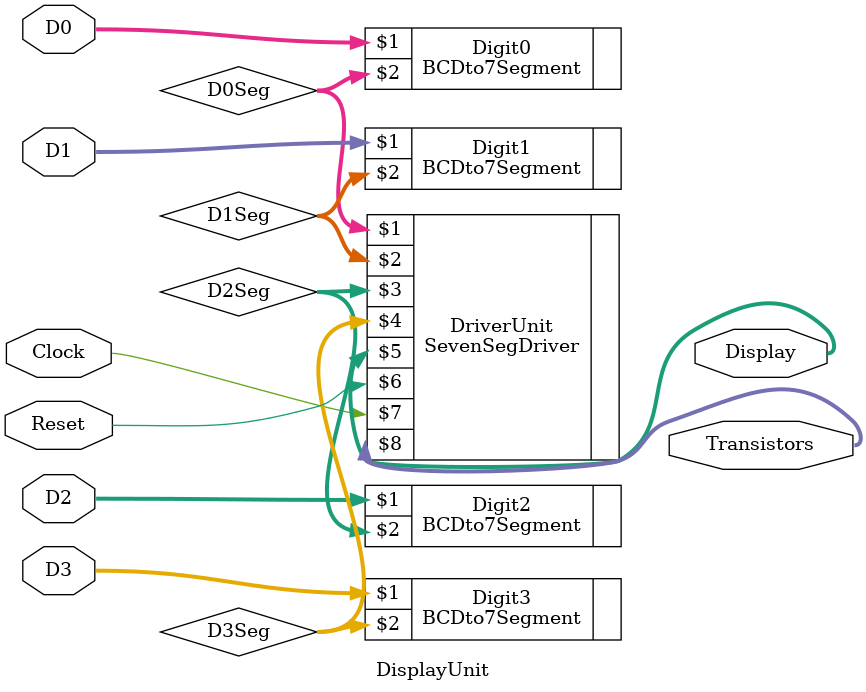
<source format=v>
`timescale 1ns / 1ps
module DisplayUnit(D0,D1,D2,D3, Reset, Clock, Display, Transistors);	 
input [3:0] D0,D1,D2,D3;
input Reset, Clock;
output [7:0] Display;
output [3:0] Transistors;
wire [7:0] D0Seg, D1Seg, D2Seg, D3Seg;

	 //module BCDto7Segment (BCDnumber,SEGMENTS);
	BCDto7Segment Digit0(D0,D0Seg);
	BCDto7Segment Digit1(D1,D1Seg);
	BCDto7Segment Digit2(D2,D2Seg);
	BCDto7Segment Digit3(D3,D3Seg);

//module SevenSegDriver(D3, D2, D1, D0, Display, Reset, Clock, Select) ;
 SevenSegDriver DriverUnit(D0Seg,D1Seg,D2Seg,D3Seg, Display, Reset, Clock,Transistors) ;	


endmodule

</source>
